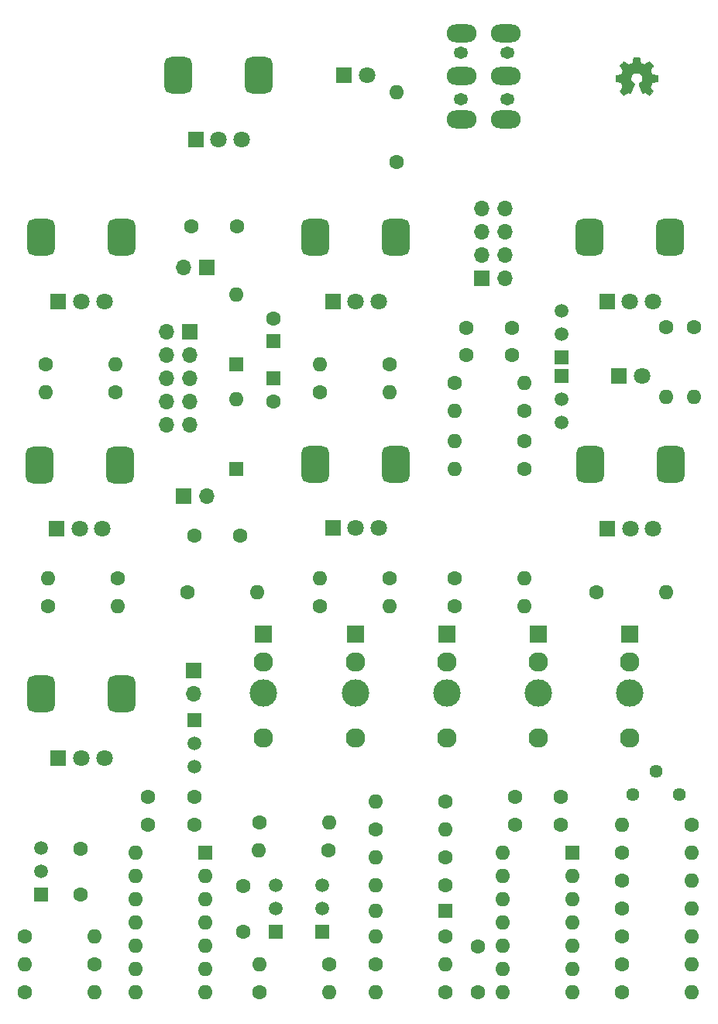
<source format=gbr>
G04 #@! TF.GenerationSoftware,KiCad,Pcbnew,6.0.9-8da3e8f707~118~ubuntu22.10.1*
G04 #@! TF.CreationDate,2022-11-30T23:30:13+01:00*
G04 #@! TF.ProjectId,ilse,696c7365-2e6b-4696-9361-645f70636258,2*
G04 #@! TF.SameCoordinates,PX5702e0cPY22a4fe8*
G04 #@! TF.FileFunction,Soldermask,Top*
G04 #@! TF.FilePolarity,Negative*
%FSLAX46Y46*%
G04 Gerber Fmt 4.6, Leading zero omitted, Abs format (unit mm)*
G04 Created by KiCad (PCBNEW 6.0.9-8da3e8f707~118~ubuntu22.10.1) date 2022-11-30 23:30:13*
%MOMM*%
%LPD*%
G01*
G04 APERTURE LIST*
G04 Aperture macros list*
%AMRoundRect*
0 Rectangle with rounded corners*
0 $1 Rounding radius*
0 $2 $3 $4 $5 $6 $7 $8 $9 X,Y pos of 4 corners*
0 Add a 4 corners polygon primitive as box body*
4,1,4,$2,$3,$4,$5,$6,$7,$8,$9,$2,$3,0*
0 Add four circle primitives for the rounded corners*
1,1,$1+$1,$2,$3*
1,1,$1+$1,$4,$5*
1,1,$1+$1,$6,$7*
1,1,$1+$1,$8,$9*
0 Add four rect primitives between the rounded corners*
20,1,$1+$1,$2,$3,$4,$5,0*
20,1,$1+$1,$4,$5,$6,$7,0*
20,1,$1+$1,$6,$7,$8,$9,0*
20,1,$1+$1,$8,$9,$2,$3,0*%
G04 Aperture macros list end*
%ADD10C,0.010000*%
%ADD11C,3.000000*%
%ADD12R,1.930000X1.830000*%
%ADD13C,2.130000*%
%ADD14R,1.800000X1.800000*%
%ADD15C,1.800000*%
%ADD16RoundRect,0.750000X0.750000X-1.250000X0.750000X1.250000X-0.750000X1.250000X-0.750000X-1.250000X0*%
%ADD17O,3.260000X1.970000*%
%ADD18O,1.560000X1.310000*%
%ADD19R,1.600000X1.600000*%
%ADD20C,1.600000*%
%ADD21R,1.700000X1.700000*%
%ADD22O,1.700000X1.700000*%
%ADD23O,1.600000X1.600000*%
%ADD24C,1.440000*%
%ADD25R,1.500000X1.500000*%
%ADD26C,1.500000*%
G04 APERTURE END LIST*
G36*
X71833510Y-4557548D02*
G01*
X71912054Y-4557978D01*
X71968898Y-4559142D01*
X72007705Y-4561407D01*
X72032138Y-4565140D01*
X72045862Y-4570706D01*
X72052540Y-4578473D01*
X72055836Y-4588805D01*
X72056156Y-4590143D01*
X72061162Y-4614279D01*
X72070429Y-4661901D01*
X72082992Y-4727941D01*
X72097887Y-4807328D01*
X72114151Y-4894996D01*
X72114719Y-4898075D01*
X72131010Y-4983989D01*
X72146252Y-5059896D01*
X72159461Y-5121245D01*
X72169654Y-5163482D01*
X72175848Y-5182055D01*
X72176143Y-5182384D01*
X72194388Y-5191453D01*
X72232005Y-5206567D01*
X72280871Y-5224462D01*
X72281143Y-5224558D01*
X72342693Y-5247693D01*
X72415257Y-5277165D01*
X72483657Y-5306797D01*
X72486894Y-5308262D01*
X72598302Y-5358826D01*
X72844999Y-5190360D01*
X72920677Y-5139003D01*
X72989231Y-5093089D01*
X73046688Y-5055230D01*
X73089076Y-5028037D01*
X73112425Y-5014121D01*
X73114642Y-5013089D01*
X73131610Y-5017684D01*
X73163301Y-5039855D01*
X73210952Y-5080647D01*
X73275798Y-5141105D01*
X73341997Y-5205427D01*
X73405814Y-5268812D01*
X73462929Y-5326651D01*
X73509905Y-5375375D01*
X73543303Y-5411410D01*
X73559685Y-5431184D01*
X73560294Y-5432202D01*
X73562105Y-5445772D01*
X73555283Y-5467933D01*
X73538140Y-5501678D01*
X73508993Y-5550000D01*
X73466155Y-5615892D01*
X73409048Y-5700717D01*
X73358366Y-5775377D01*
X73313061Y-5842340D01*
X73275750Y-5897716D01*
X73249052Y-5937620D01*
X73235585Y-5958162D01*
X73234737Y-5959556D01*
X73236381Y-5979238D01*
X73248845Y-6017493D01*
X73269648Y-6067089D01*
X73277062Y-6082928D01*
X73309414Y-6153490D01*
X73343928Y-6233553D01*
X73371965Y-6302829D01*
X73392168Y-6354245D01*
X73408215Y-6393319D01*
X73417488Y-6413741D01*
X73418641Y-6415314D01*
X73435696Y-6417921D01*
X73475898Y-6425063D01*
X73533902Y-6435723D01*
X73604363Y-6448885D01*
X73681935Y-6463533D01*
X73761272Y-6478649D01*
X73837031Y-6493218D01*
X73903864Y-6506222D01*
X73956428Y-6516645D01*
X73989376Y-6523470D01*
X73997457Y-6525399D01*
X74005805Y-6530162D01*
X74012106Y-6540918D01*
X74016645Y-6561298D01*
X74019704Y-6594934D01*
X74021567Y-6645455D01*
X74022518Y-6716492D01*
X74022840Y-6811676D01*
X74022857Y-6850692D01*
X74022857Y-7167999D01*
X73946657Y-7183039D01*
X73904263Y-7191195D01*
X73841000Y-7203099D01*
X73764562Y-7217316D01*
X73682643Y-7232410D01*
X73660000Y-7236555D01*
X73584406Y-7251253D01*
X73518553Y-7265705D01*
X73467966Y-7278575D01*
X73438174Y-7288522D01*
X73433212Y-7291487D01*
X73421026Y-7312483D01*
X73403553Y-7353167D01*
X73384177Y-7405522D01*
X73380334Y-7416800D01*
X73354939Y-7486723D01*
X73323417Y-7565618D01*
X73292569Y-7636466D01*
X73292417Y-7636795D01*
X73241047Y-7747933D01*
X73409999Y-7996453D01*
X73578952Y-8244972D01*
X73362029Y-8462258D01*
X73296419Y-8526926D01*
X73236579Y-8583933D01*
X73185867Y-8630233D01*
X73147646Y-8662784D01*
X73125275Y-8678543D01*
X73122066Y-8679543D01*
X73103226Y-8671669D01*
X73064780Y-8649778D01*
X73010930Y-8616467D01*
X72945876Y-8574331D01*
X72875540Y-8527143D01*
X72804155Y-8479010D01*
X72740508Y-8437128D01*
X72688641Y-8404071D01*
X72652595Y-8382418D01*
X72636467Y-8374743D01*
X72616789Y-8381237D01*
X72579475Y-8398350D01*
X72532221Y-8422526D01*
X72527212Y-8425213D01*
X72463577Y-8457127D01*
X72419941Y-8472779D01*
X72392802Y-8472945D01*
X72378657Y-8458404D01*
X72378575Y-8458200D01*
X72371505Y-8440979D01*
X72354642Y-8400099D01*
X72329295Y-8338725D01*
X72296771Y-8260019D01*
X72258378Y-8167147D01*
X72215422Y-8063272D01*
X72173822Y-7962702D01*
X72128104Y-7851716D01*
X72086126Y-7748903D01*
X72049148Y-7657415D01*
X72018427Y-7580401D01*
X71995222Y-7521015D01*
X71980790Y-7482409D01*
X71976343Y-7468000D01*
X71987496Y-7451472D01*
X72016669Y-7425130D01*
X72055571Y-7396087D01*
X72166357Y-7304239D01*
X72252951Y-7198959D01*
X72314316Y-7082466D01*
X72349415Y-6956976D01*
X72357208Y-6824707D01*
X72351543Y-6763657D01*
X72320678Y-6636995D01*
X72267520Y-6525141D01*
X72195367Y-6429201D01*
X72107517Y-6350276D01*
X72007265Y-6289470D01*
X71897910Y-6247887D01*
X71782747Y-6226628D01*
X71665075Y-6226799D01*
X71548190Y-6249501D01*
X71435389Y-6295838D01*
X71329969Y-6366913D01*
X71285968Y-6407111D01*
X71201579Y-6510329D01*
X71142822Y-6623125D01*
X71109304Y-6742210D01*
X71100635Y-6864295D01*
X71116423Y-6986093D01*
X71156278Y-7104316D01*
X71219807Y-7215675D01*
X71306621Y-7316884D01*
X71403629Y-7396087D01*
X71444037Y-7426362D01*
X71472582Y-7452419D01*
X71482857Y-7468025D01*
X71477477Y-7485043D01*
X71462175Y-7525700D01*
X71438212Y-7586842D01*
X71406844Y-7665319D01*
X71369332Y-7757980D01*
X71326933Y-7861672D01*
X71285263Y-7962726D01*
X71239290Y-8073807D01*
X71196707Y-8176741D01*
X71158821Y-8268365D01*
X71126940Y-8345516D01*
X71102371Y-8405031D01*
X71086420Y-8443744D01*
X71080510Y-8458200D01*
X71066548Y-8472885D01*
X71039540Y-8472842D01*
X70996013Y-8457299D01*
X70932490Y-8425484D01*
X70931988Y-8425213D01*
X70884160Y-8400523D01*
X70845497Y-8382538D01*
X70823695Y-8374814D01*
X70822733Y-8374743D01*
X70806321Y-8382578D01*
X70770087Y-8404365D01*
X70718074Y-8437528D01*
X70654325Y-8479491D01*
X70583660Y-8527143D01*
X70511716Y-8575391D01*
X70446874Y-8617351D01*
X70393335Y-8650427D01*
X70355297Y-8672021D01*
X70337133Y-8679543D01*
X70320408Y-8669657D01*
X70286780Y-8642026D01*
X70239610Y-8599695D01*
X70182258Y-8545705D01*
X70118084Y-8483099D01*
X70097097Y-8462183D01*
X69880099Y-8244823D01*
X70045268Y-8002420D01*
X70095464Y-7927981D01*
X70139519Y-7861172D01*
X70174962Y-7805865D01*
X70199319Y-7765929D01*
X70210122Y-7745236D01*
X70210438Y-7743763D01*
X70204743Y-7724258D01*
X70189426Y-7685022D01*
X70167137Y-7632630D01*
X70151493Y-7597555D01*
X70122241Y-7530401D01*
X70094694Y-7462558D01*
X70073337Y-7405234D01*
X70067535Y-7387772D01*
X70051052Y-7341138D01*
X70034940Y-7305105D01*
X70026090Y-7291487D01*
X70006560Y-7283152D01*
X69963934Y-7271337D01*
X69903745Y-7257381D01*
X69831522Y-7242622D01*
X69799200Y-7236555D01*
X69717122Y-7221473D01*
X69638395Y-7206869D01*
X69570709Y-7194180D01*
X69521760Y-7184842D01*
X69512543Y-7183039D01*
X69436343Y-7167999D01*
X69436343Y-6850692D01*
X69436514Y-6746354D01*
X69437216Y-6667413D01*
X69438734Y-6610238D01*
X69441349Y-6571199D01*
X69445346Y-6546665D01*
X69451009Y-6533005D01*
X69458620Y-6526589D01*
X69461743Y-6525399D01*
X69480578Y-6521180D01*
X69522188Y-6512762D01*
X69581230Y-6501161D01*
X69652357Y-6487395D01*
X69730225Y-6472480D01*
X69809487Y-6457432D01*
X69884798Y-6443269D01*
X69950813Y-6431006D01*
X70002187Y-6421661D01*
X70033575Y-6416250D01*
X70040559Y-6415314D01*
X70046885Y-6402796D01*
X70060890Y-6369446D01*
X70079955Y-6321577D01*
X70087234Y-6302829D01*
X70116596Y-6230395D01*
X70151171Y-6150370D01*
X70182137Y-6082928D01*
X70204923Y-6031359D01*
X70220082Y-5988985D01*
X70225142Y-5963034D01*
X70224336Y-5959556D01*
X70213641Y-5943136D01*
X70189220Y-5906617D01*
X70153695Y-5853887D01*
X70109687Y-5788835D01*
X70059817Y-5715351D01*
X70049956Y-5700845D01*
X69992092Y-5614904D01*
X69949556Y-5549461D01*
X69920654Y-5501504D01*
X69903690Y-5468020D01*
X69896967Y-5445995D01*
X69898790Y-5432417D01*
X69898836Y-5432331D01*
X69913186Y-5414497D01*
X69944923Y-5380017D01*
X69990610Y-5332468D01*
X70046804Y-5275422D01*
X70110068Y-5212455D01*
X70117202Y-5205427D01*
X70196930Y-5128220D01*
X70258457Y-5071530D01*
X70303021Y-5034310D01*
X70331857Y-5015515D01*
X70344558Y-5013089D01*
X70363094Y-5023671D01*
X70401561Y-5048116D01*
X70455986Y-5083812D01*
X70522398Y-5128147D01*
X70596825Y-5178511D01*
X70614201Y-5190360D01*
X70860897Y-5358826D01*
X70972306Y-5308262D01*
X71040057Y-5278795D01*
X71112783Y-5249159D01*
X71175303Y-5225530D01*
X71178057Y-5224558D01*
X71226960Y-5206657D01*
X71264657Y-5191520D01*
X71283025Y-5182410D01*
X71283056Y-5182384D01*
X71288885Y-5165917D01*
X71298792Y-5125419D01*
X71311795Y-5065442D01*
X71326909Y-4990540D01*
X71343152Y-4905264D01*
X71344481Y-4898075D01*
X71360775Y-4810214D01*
X71375733Y-4730460D01*
X71388391Y-4663881D01*
X71397786Y-4615547D01*
X71402954Y-4590525D01*
X71403044Y-4590143D01*
X71406189Y-4579499D01*
X71412304Y-4571462D01*
X71425053Y-4565667D01*
X71448100Y-4561747D01*
X71485109Y-4559335D01*
X71539744Y-4558065D01*
X71615667Y-4557571D01*
X71716544Y-4557486D01*
X71729600Y-4557486D01*
X71833510Y-4557548D01*
G37*
D10*
X71833510Y-4557548D02*
X71912054Y-4557978D01*
X71968898Y-4559142D01*
X72007705Y-4561407D01*
X72032138Y-4565140D01*
X72045862Y-4570706D01*
X72052540Y-4578473D01*
X72055836Y-4588805D01*
X72056156Y-4590143D01*
X72061162Y-4614279D01*
X72070429Y-4661901D01*
X72082992Y-4727941D01*
X72097887Y-4807328D01*
X72114151Y-4894996D01*
X72114719Y-4898075D01*
X72131010Y-4983989D01*
X72146252Y-5059896D01*
X72159461Y-5121245D01*
X72169654Y-5163482D01*
X72175848Y-5182055D01*
X72176143Y-5182384D01*
X72194388Y-5191453D01*
X72232005Y-5206567D01*
X72280871Y-5224462D01*
X72281143Y-5224558D01*
X72342693Y-5247693D01*
X72415257Y-5277165D01*
X72483657Y-5306797D01*
X72486894Y-5308262D01*
X72598302Y-5358826D01*
X72844999Y-5190360D01*
X72920677Y-5139003D01*
X72989231Y-5093089D01*
X73046688Y-5055230D01*
X73089076Y-5028037D01*
X73112425Y-5014121D01*
X73114642Y-5013089D01*
X73131610Y-5017684D01*
X73163301Y-5039855D01*
X73210952Y-5080647D01*
X73275798Y-5141105D01*
X73341997Y-5205427D01*
X73405814Y-5268812D01*
X73462929Y-5326651D01*
X73509905Y-5375375D01*
X73543303Y-5411410D01*
X73559685Y-5431184D01*
X73560294Y-5432202D01*
X73562105Y-5445772D01*
X73555283Y-5467933D01*
X73538140Y-5501678D01*
X73508993Y-5550000D01*
X73466155Y-5615892D01*
X73409048Y-5700717D01*
X73358366Y-5775377D01*
X73313061Y-5842340D01*
X73275750Y-5897716D01*
X73249052Y-5937620D01*
X73235585Y-5958162D01*
X73234737Y-5959556D01*
X73236381Y-5979238D01*
X73248845Y-6017493D01*
X73269648Y-6067089D01*
X73277062Y-6082928D01*
X73309414Y-6153490D01*
X73343928Y-6233553D01*
X73371965Y-6302829D01*
X73392168Y-6354245D01*
X73408215Y-6393319D01*
X73417488Y-6413741D01*
X73418641Y-6415314D01*
X73435696Y-6417921D01*
X73475898Y-6425063D01*
X73533902Y-6435723D01*
X73604363Y-6448885D01*
X73681935Y-6463533D01*
X73761272Y-6478649D01*
X73837031Y-6493218D01*
X73903864Y-6506222D01*
X73956428Y-6516645D01*
X73989376Y-6523470D01*
X73997457Y-6525399D01*
X74005805Y-6530162D01*
X74012106Y-6540918D01*
X74016645Y-6561298D01*
X74019704Y-6594934D01*
X74021567Y-6645455D01*
X74022518Y-6716492D01*
X74022840Y-6811676D01*
X74022857Y-6850692D01*
X74022857Y-7167999D01*
X73946657Y-7183039D01*
X73904263Y-7191195D01*
X73841000Y-7203099D01*
X73764562Y-7217316D01*
X73682643Y-7232410D01*
X73660000Y-7236555D01*
X73584406Y-7251253D01*
X73518553Y-7265705D01*
X73467966Y-7278575D01*
X73438174Y-7288522D01*
X73433212Y-7291487D01*
X73421026Y-7312483D01*
X73403553Y-7353167D01*
X73384177Y-7405522D01*
X73380334Y-7416800D01*
X73354939Y-7486723D01*
X73323417Y-7565618D01*
X73292569Y-7636466D01*
X73292417Y-7636795D01*
X73241047Y-7747933D01*
X73409999Y-7996453D01*
X73578952Y-8244972D01*
X73362029Y-8462258D01*
X73296419Y-8526926D01*
X73236579Y-8583933D01*
X73185867Y-8630233D01*
X73147646Y-8662784D01*
X73125275Y-8678543D01*
X73122066Y-8679543D01*
X73103226Y-8671669D01*
X73064780Y-8649778D01*
X73010930Y-8616467D01*
X72945876Y-8574331D01*
X72875540Y-8527143D01*
X72804155Y-8479010D01*
X72740508Y-8437128D01*
X72688641Y-8404071D01*
X72652595Y-8382418D01*
X72636467Y-8374743D01*
X72616789Y-8381237D01*
X72579475Y-8398350D01*
X72532221Y-8422526D01*
X72527212Y-8425213D01*
X72463577Y-8457127D01*
X72419941Y-8472779D01*
X72392802Y-8472945D01*
X72378657Y-8458404D01*
X72378575Y-8458200D01*
X72371505Y-8440979D01*
X72354642Y-8400099D01*
X72329295Y-8338725D01*
X72296771Y-8260019D01*
X72258378Y-8167147D01*
X72215422Y-8063272D01*
X72173822Y-7962702D01*
X72128104Y-7851716D01*
X72086126Y-7748903D01*
X72049148Y-7657415D01*
X72018427Y-7580401D01*
X71995222Y-7521015D01*
X71980790Y-7482409D01*
X71976343Y-7468000D01*
X71987496Y-7451472D01*
X72016669Y-7425130D01*
X72055571Y-7396087D01*
X72166357Y-7304239D01*
X72252951Y-7198959D01*
X72314316Y-7082466D01*
X72349415Y-6956976D01*
X72357208Y-6824707D01*
X72351543Y-6763657D01*
X72320678Y-6636995D01*
X72267520Y-6525141D01*
X72195367Y-6429201D01*
X72107517Y-6350276D01*
X72007265Y-6289470D01*
X71897910Y-6247887D01*
X71782747Y-6226628D01*
X71665075Y-6226799D01*
X71548190Y-6249501D01*
X71435389Y-6295838D01*
X71329969Y-6366913D01*
X71285968Y-6407111D01*
X71201579Y-6510329D01*
X71142822Y-6623125D01*
X71109304Y-6742210D01*
X71100635Y-6864295D01*
X71116423Y-6986093D01*
X71156278Y-7104316D01*
X71219807Y-7215675D01*
X71306621Y-7316884D01*
X71403629Y-7396087D01*
X71444037Y-7426362D01*
X71472582Y-7452419D01*
X71482857Y-7468025D01*
X71477477Y-7485043D01*
X71462175Y-7525700D01*
X71438212Y-7586842D01*
X71406844Y-7665319D01*
X71369332Y-7757980D01*
X71326933Y-7861672D01*
X71285263Y-7962726D01*
X71239290Y-8073807D01*
X71196707Y-8176741D01*
X71158821Y-8268365D01*
X71126940Y-8345516D01*
X71102371Y-8405031D01*
X71086420Y-8443744D01*
X71080510Y-8458200D01*
X71066548Y-8472885D01*
X71039540Y-8472842D01*
X70996013Y-8457299D01*
X70932490Y-8425484D01*
X70931988Y-8425213D01*
X70884160Y-8400523D01*
X70845497Y-8382538D01*
X70823695Y-8374814D01*
X70822733Y-8374743D01*
X70806321Y-8382578D01*
X70770087Y-8404365D01*
X70718074Y-8437528D01*
X70654325Y-8479491D01*
X70583660Y-8527143D01*
X70511716Y-8575391D01*
X70446874Y-8617351D01*
X70393335Y-8650427D01*
X70355297Y-8672021D01*
X70337133Y-8679543D01*
X70320408Y-8669657D01*
X70286780Y-8642026D01*
X70239610Y-8599695D01*
X70182258Y-8545705D01*
X70118084Y-8483099D01*
X70097097Y-8462183D01*
X69880099Y-8244823D01*
X70045268Y-8002420D01*
X70095464Y-7927981D01*
X70139519Y-7861172D01*
X70174962Y-7805865D01*
X70199319Y-7765929D01*
X70210122Y-7745236D01*
X70210438Y-7743763D01*
X70204743Y-7724258D01*
X70189426Y-7685022D01*
X70167137Y-7632630D01*
X70151493Y-7597555D01*
X70122241Y-7530401D01*
X70094694Y-7462558D01*
X70073337Y-7405234D01*
X70067535Y-7387772D01*
X70051052Y-7341138D01*
X70034940Y-7305105D01*
X70026090Y-7291487D01*
X70006560Y-7283152D01*
X69963934Y-7271337D01*
X69903745Y-7257381D01*
X69831522Y-7242622D01*
X69799200Y-7236555D01*
X69717122Y-7221473D01*
X69638395Y-7206869D01*
X69570709Y-7194180D01*
X69521760Y-7184842D01*
X69512543Y-7183039D01*
X69436343Y-7167999D01*
X69436343Y-6850692D01*
X69436514Y-6746354D01*
X69437216Y-6667413D01*
X69438734Y-6610238D01*
X69441349Y-6571199D01*
X69445346Y-6546665D01*
X69451009Y-6533005D01*
X69458620Y-6526589D01*
X69461743Y-6525399D01*
X69480578Y-6521180D01*
X69522188Y-6512762D01*
X69581230Y-6501161D01*
X69652357Y-6487395D01*
X69730225Y-6472480D01*
X69809487Y-6457432D01*
X69884798Y-6443269D01*
X69950813Y-6431006D01*
X70002187Y-6421661D01*
X70033575Y-6416250D01*
X70040559Y-6415314D01*
X70046885Y-6402796D01*
X70060890Y-6369446D01*
X70079955Y-6321577D01*
X70087234Y-6302829D01*
X70116596Y-6230395D01*
X70151171Y-6150370D01*
X70182137Y-6082928D01*
X70204923Y-6031359D01*
X70220082Y-5988985D01*
X70225142Y-5963034D01*
X70224336Y-5959556D01*
X70213641Y-5943136D01*
X70189220Y-5906617D01*
X70153695Y-5853887D01*
X70109687Y-5788835D01*
X70059817Y-5715351D01*
X70049956Y-5700845D01*
X69992092Y-5614904D01*
X69949556Y-5549461D01*
X69920654Y-5501504D01*
X69903690Y-5468020D01*
X69896967Y-5445995D01*
X69898790Y-5432417D01*
X69898836Y-5432331D01*
X69913186Y-5414497D01*
X69944923Y-5380017D01*
X69990610Y-5332468D01*
X70046804Y-5275422D01*
X70110068Y-5212455D01*
X70117202Y-5205427D01*
X70196930Y-5128220D01*
X70258457Y-5071530D01*
X70303021Y-5034310D01*
X70331857Y-5015515D01*
X70344558Y-5013089D01*
X70363094Y-5023671D01*
X70401561Y-5048116D01*
X70455986Y-5083812D01*
X70522398Y-5128147D01*
X70596825Y-5178511D01*
X70614201Y-5190360D01*
X70860897Y-5358826D01*
X70972306Y-5308262D01*
X71040057Y-5278795D01*
X71112783Y-5249159D01*
X71175303Y-5225530D01*
X71178057Y-5224558D01*
X71226960Y-5206657D01*
X71264657Y-5191520D01*
X71283025Y-5182410D01*
X71283056Y-5182384D01*
X71288885Y-5165917D01*
X71298792Y-5125419D01*
X71311795Y-5065442D01*
X71326909Y-4990540D01*
X71343152Y-4905264D01*
X71344481Y-4898075D01*
X71360775Y-4810214D01*
X71375733Y-4730460D01*
X71388391Y-4663881D01*
X71397786Y-4615547D01*
X71402954Y-4590525D01*
X71403044Y-4590143D01*
X71406189Y-4579499D01*
X71412304Y-4571462D01*
X71425053Y-4565667D01*
X71448100Y-4561747D01*
X71485109Y-4559335D01*
X71539744Y-4558065D01*
X71615667Y-4557571D01*
X71716544Y-4557486D01*
X71729600Y-4557486D01*
X71833510Y-4557548D01*
D11*
X30992014Y-74031238D03*
D12*
X30992014Y-67531238D03*
D13*
X30992014Y-78931238D03*
X30992014Y-70631238D03*
D14*
X8382100Y-56082600D03*
D15*
X10882100Y-56082600D03*
X13382100Y-56082600D03*
D16*
X6482100Y-49082600D03*
X15282100Y-49082600D03*
D14*
X8557100Y-81107600D03*
D15*
X11057100Y-81107600D03*
X13557100Y-81107600D03*
D16*
X6657100Y-74107600D03*
X15457100Y-74107600D03*
D17*
X57439400Y-1904000D03*
D18*
X57589300Y-4088400D03*
D17*
X57439400Y-6604000D03*
X57439400Y-11304000D03*
D18*
X57589300Y-9168400D03*
D17*
X52609400Y-1904000D03*
D18*
X52504300Y-4088400D03*
D17*
X52609400Y-6604000D03*
X52609400Y-11304000D03*
D18*
X52504300Y-9168400D03*
D14*
X38532100Y-55982600D03*
D15*
X41032100Y-55982600D03*
X43532100Y-55982600D03*
D16*
X36632100Y-48982600D03*
X45432100Y-48982600D03*
D14*
X68557100Y-56032600D03*
D15*
X71057100Y-56032600D03*
X73557100Y-56032600D03*
D16*
X66657100Y-49032600D03*
X75457100Y-49032600D03*
D14*
X68532100Y-31207600D03*
D15*
X71032100Y-31207600D03*
X73532100Y-31207600D03*
D16*
X75432100Y-24207600D03*
X66632100Y-24207600D03*
D14*
X8557100Y-31207600D03*
D15*
X11057100Y-31207600D03*
X13557100Y-31207600D03*
D16*
X6657100Y-24207600D03*
X15457100Y-24207600D03*
D14*
X38544600Y-31207600D03*
D15*
X41044600Y-31207600D03*
X43544600Y-31207600D03*
D16*
X36644600Y-24207600D03*
X45444600Y-24207600D03*
D11*
X40992014Y-74031238D03*
D12*
X40992014Y-67531238D03*
D13*
X40992014Y-78931238D03*
X40992014Y-70631238D03*
D14*
X39725000Y-6500000D03*
D15*
X42265000Y-6500000D03*
D14*
X69855100Y-39370000D03*
D15*
X72395100Y-39370000D03*
D11*
X50992014Y-74031238D03*
D12*
X50992014Y-67531238D03*
D13*
X50992014Y-78931238D03*
X50992014Y-70631238D03*
D11*
X70992014Y-74031238D03*
D12*
X70992014Y-67531238D03*
D13*
X70992014Y-78931238D03*
X70992014Y-70631238D03*
D11*
X60992014Y-74031238D03*
D12*
X60992014Y-67531238D03*
D13*
X60992014Y-78931238D03*
X60992014Y-70631238D03*
D14*
X23550850Y-13543600D03*
D15*
X26050850Y-13543600D03*
X28550850Y-13543600D03*
D16*
X21650850Y-6543600D03*
X30450850Y-6543600D03*
D19*
X32014100Y-35558600D03*
D20*
X32014100Y-33058600D03*
D21*
X24790400Y-27482800D03*
D22*
X22250400Y-27482800D03*
D19*
X32014100Y-39622600D03*
D20*
X32014100Y-42122600D03*
X70114100Y-94486600D03*
D23*
X77734100Y-94486600D03*
D20*
X59446100Y-43178600D03*
D23*
X51826100Y-43178600D03*
D19*
X64770100Y-91433600D03*
D23*
X64770100Y-93973600D03*
X64770100Y-96513600D03*
X64770100Y-99053600D03*
X64770100Y-101593600D03*
X64770100Y-104133600D03*
X64770100Y-106673600D03*
X57150100Y-106673600D03*
X57150100Y-104133600D03*
X57150100Y-101593600D03*
X57150100Y-99053600D03*
X57150100Y-96513600D03*
X57150100Y-93973600D03*
X57150100Y-91433600D03*
D20*
X59446100Y-49528600D03*
D23*
X51826100Y-49528600D03*
D20*
X74940100Y-34034600D03*
D23*
X74940100Y-41654600D03*
D21*
X54858194Y-28702000D03*
D22*
X57398194Y-28702000D03*
X54858194Y-26162000D03*
X57398194Y-26162000D03*
X54858194Y-23622000D03*
X57398194Y-23622000D03*
X54858194Y-21082000D03*
X57398194Y-21082000D03*
D20*
X7122100Y-38098600D03*
D23*
X14742100Y-38098600D03*
D20*
X14742100Y-41146600D03*
D23*
X7122100Y-41146600D03*
D20*
X30490100Y-88136600D03*
D23*
X38110100Y-88136600D03*
D20*
X51826100Y-61466600D03*
D23*
X59446100Y-61466600D03*
D20*
X51826100Y-64514600D03*
D23*
X59446100Y-64514600D03*
D19*
X24638100Y-91433600D03*
D23*
X24638100Y-93973600D03*
X24638100Y-96513600D03*
X24638100Y-99053600D03*
X24638100Y-101593600D03*
X24638100Y-104133600D03*
X24638100Y-106673600D03*
X17018100Y-106673600D03*
X17018100Y-104133600D03*
X17018100Y-101593600D03*
X17018100Y-99053600D03*
X17018100Y-96513600D03*
X17018100Y-93973600D03*
X17018100Y-91433600D03*
D24*
X76454000Y-85090000D03*
X73914000Y-82550000D03*
X71374000Y-85090000D03*
D20*
X4836100Y-106678600D03*
D23*
X12456100Y-106678600D03*
D20*
X7376100Y-64514600D03*
D23*
X14996100Y-64514600D03*
D21*
X22923900Y-34508900D03*
D22*
X20383900Y-34508900D03*
X22923900Y-37048900D03*
X20383900Y-37048900D03*
X22923900Y-39588900D03*
X20383900Y-39588900D03*
X22923900Y-42128900D03*
X20383900Y-42128900D03*
X22923900Y-44668900D03*
X20383900Y-44668900D03*
D20*
X38047100Y-91183900D03*
D23*
X30427100Y-91183900D03*
D21*
X23368000Y-71511238D03*
D22*
X23368000Y-74051238D03*
D20*
X30490100Y-106678600D03*
D23*
X38110100Y-106678600D03*
D21*
X22220000Y-52451000D03*
D22*
X24760000Y-52451000D03*
D20*
X77734100Y-88390600D03*
D23*
X70114100Y-88390600D03*
D20*
X14996100Y-61466600D03*
D23*
X7376100Y-61466600D03*
D20*
X4836100Y-100582600D03*
D23*
X12456100Y-100582600D03*
D20*
X22616100Y-62990600D03*
D23*
X30236100Y-62990600D03*
D20*
X12456100Y-103630600D03*
D23*
X4836100Y-103630600D03*
D20*
X38110100Y-103630600D03*
D23*
X30490100Y-103630600D03*
D20*
X10932100Y-95970600D03*
X10932100Y-90970600D03*
X58136100Y-37114600D03*
X53136100Y-37114600D03*
X63470100Y-85342600D03*
X58470100Y-85342600D03*
X63470100Y-88342600D03*
X58470100Y-88342600D03*
X23378100Y-85342600D03*
X18378100Y-85342600D03*
X23378100Y-88342600D03*
X18378100Y-88342600D03*
X59446100Y-46480600D03*
D23*
X51826100Y-46480600D03*
D20*
X28712100Y-100074600D03*
X28712100Y-95074600D03*
X44714100Y-38098600D03*
D23*
X37094100Y-38098600D03*
D20*
X54366100Y-101638600D03*
X54366100Y-106638600D03*
X53136100Y-34082600D03*
X58136100Y-34082600D03*
X44714100Y-61466600D03*
D23*
X37094100Y-61466600D03*
D25*
X32268100Y-100074600D03*
D26*
X32268100Y-97534600D03*
X32268100Y-94994600D03*
D20*
X23114000Y-22987000D03*
X28114000Y-22987000D03*
X28408000Y-56769000D03*
X23408000Y-56769000D03*
D25*
X6614100Y-96010600D03*
D26*
X6614100Y-93470600D03*
X6614100Y-90930600D03*
D25*
X63510100Y-37336600D03*
D26*
X63510100Y-34796600D03*
X63510100Y-32256600D03*
D25*
X23378100Y-76960600D03*
D26*
X23378100Y-79500600D03*
X23378100Y-82040600D03*
D25*
X37348100Y-100074600D03*
D26*
X37348100Y-97534600D03*
X37348100Y-94994600D03*
D25*
X63510100Y-39368600D03*
D26*
X63510100Y-41908600D03*
X63510100Y-44448600D03*
D20*
X37094100Y-41146600D03*
D23*
X44714100Y-41146600D03*
D20*
X37094100Y-64514600D03*
D23*
X44714100Y-64514600D03*
D20*
X70114100Y-97534600D03*
D23*
X77734100Y-97534600D03*
D20*
X50810100Y-94994600D03*
D23*
X43190100Y-94994600D03*
D20*
X70114100Y-91438600D03*
D23*
X77734100Y-91438600D03*
D20*
X45500000Y-16000000D03*
D23*
X45500000Y-8380000D03*
D20*
X50810100Y-100582600D03*
D23*
X43190100Y-100582600D03*
D20*
X70114100Y-106678600D03*
D23*
X77734100Y-106678600D03*
D20*
X70114100Y-103630600D03*
D23*
X77734100Y-103630600D03*
D20*
X43190100Y-103630600D03*
D23*
X50810100Y-103630600D03*
D20*
X51826100Y-40146600D03*
D23*
X59446100Y-40146600D03*
D20*
X43190100Y-88898600D03*
D23*
X50810100Y-88898600D03*
D20*
X50810100Y-91946600D03*
D23*
X43190100Y-91946600D03*
D20*
X77988100Y-34034600D03*
D23*
X77988100Y-41654600D03*
D20*
X67320100Y-62990600D03*
D23*
X74940100Y-62990600D03*
D20*
X50810100Y-106678600D03*
D23*
X43190100Y-106678600D03*
D20*
X70114100Y-100582600D03*
D23*
X77734100Y-100582600D03*
D20*
X50810100Y-85850600D03*
D23*
X43190100Y-85850600D03*
D19*
X27950100Y-38098600D03*
D23*
X27950100Y-30478600D03*
D19*
X27950100Y-49528600D03*
D23*
X27950100Y-41908600D03*
D19*
X50810100Y-97788600D03*
D23*
X43190100Y-97788600D03*
M02*

</source>
